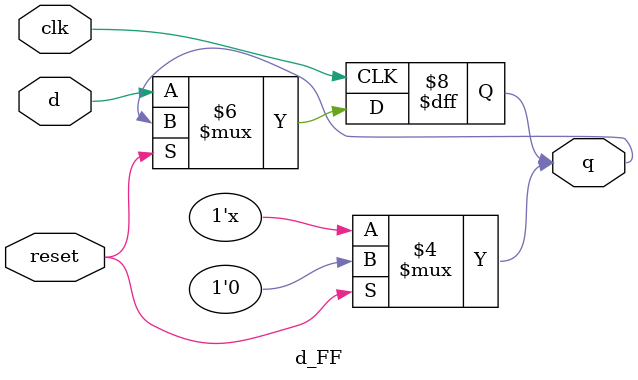
<source format=v>
module d_FF(d,clk,reset,q);
input d,clk,reset;
output reg q;
always@(posedge clk)
if(!reset)
	q<=d;
always@(reset)
if(reset)
	q<=0;
endmodule

</source>
